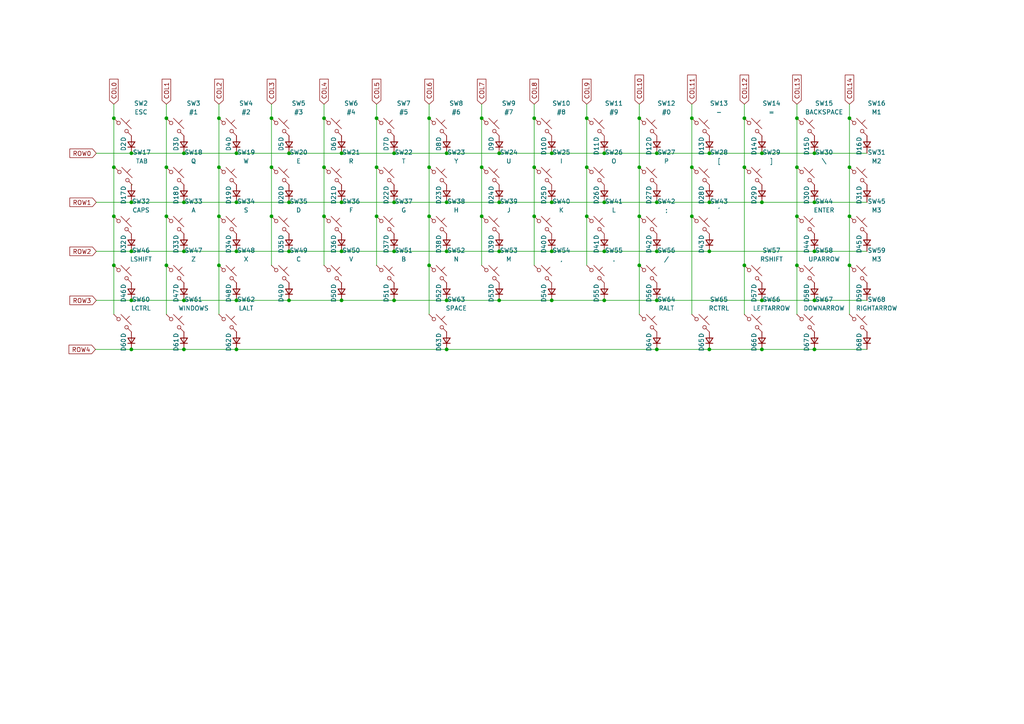
<source format=kicad_sch>
(kicad_sch (version 20211123) (generator eeschema)
  (paper "A4")
  (lib_symbols
    (symbol "Device:D_Small" (pin_numbers hide) (pin_names (offset 0.254) hide)
      (property "Reference" "D" (at -1.27 2.032 0))
      (property "Value" "D_Small" (at -3.81 -2.032 0))
      (symbol "D_Small_0_1"
        (polyline (pts (xy -0.762 -1.016) (xy -0.762 1.016)) (stroke (width 0.254)))
        (polyline (pts (xy -0.762 0) (xy 0.762 0)))
        (polyline (pts (xy 0.762 -1.016) (xy -0.762 0) (xy 0.762 1.016) (xy 0.762 -1.016)) (stroke (width 0.254)))
      )
      (symbol "D_Small_1_1"
        (pin passive line (at -2.54 0 0) (length 1.778) (name "K") (number "1"))
        (pin passive line (at 2.54 0 180) (length 1.778) (name "A") (number "2"))
      )
    )
    (symbol "marbastlib-mx:MX_SW_solder" (pin_numbers hide) (pin_names (offset 1.016) hide)
      (property "Reference" "SW" (at 3.048 1.016 0))
      (property "Value" "MX_SW_solder" (at 0 -3.81 0))
      (symbol "MX_SW_solder_0_1"
        (circle (center -1.1684 1.1684) (radius 0.508))
        (polyline (pts (xy -0.508 2.54) (xy 2.54 -0.508)))
        (polyline (pts (xy 1.016 1.016) (xy 2.032 2.032)))
        (polyline (pts (xy -2.54 2.54) (xy -1.524 1.524) (xy -1.524 1.524)))
        (polyline (pts (xy 1.524 -1.524) (xy 2.54 -2.54) (xy 2.54 -2.54) (xy 2.54 -2.54)))
        (circle (center 1.143 -1.1938) (radius 0.508))
        (pin passive line (at -2.54 2.54 0) (length 0) (name "1") (number "1"))
        (pin passive line (at 2.54 -2.54 180) (length 0) (name "2") (number "2"))
      )
    )
  )
  (junction (at 48.26 76.962))
  (junction (at 109.22 62.738))
  (junction (at 200.66 62.738))
  (junction (at 83.82 44.45))
  (junction (at 48.26 62.738))
  (junction (at 154.94 48.514))
  (junction (at 200.66 48.514))
  (junction (at 129.54 87.122))
  (junction (at 129.54 72.898))
  (junction (at 215.9 48.514))
  (junction (at 48.26 34.29))
  (junction (at 246.38 34.29))
  (junction (at 160.02 44.45))
  (junction (at 78.74 34.29))
  (junction (at 185.42 76.962))
  (junction (at 33.02 62.738))
  (junction (at 99.06 72.898))
  (junction (at 114.3 58.674))
  (junction (at 139.7 34.29))
  (junction (at 154.94 34.29))
  (junction (at 68.58 72.898))
  (junction (at 200.66 34.29))
  (junction (at 170.18 34.29))
  (junction (at 38.1 72.898))
  (junction (at 139.7 62.738))
  (junction (at 175.26 87.122))
  (junction (at 220.98 101.346))
  (junction (at 185.42 62.738))
  (junction (at 175.26 72.898))
  (junction (at 215.9 76.962))
  (junction (at 205.74 44.45))
  (junction (at 144.78 44.45))
  (junction (at 109.22 48.514))
  (junction (at 124.46 34.29))
  (junction (at 129.54 58.674))
  (junction (at 33.02 48.514))
  (junction (at 220.98 87.122))
  (junction (at 68.58 101.346))
  (junction (at 53.34 87.122))
  (junction (at 38.1 58.674))
  (junction (at 190.5 87.122))
  (junction (at 236.22 101.346))
  (junction (at 160.02 72.898))
  (junction (at 190.5 72.898))
  (junction (at 231.14 34.29))
  (junction (at 175.26 44.45))
  (junction (at 190.5 44.45))
  (junction (at 236.22 44.45))
  (junction (at 53.34 72.898))
  (junction (at 246.38 62.738))
  (junction (at 236.22 58.674))
  (junction (at 99.06 87.122))
  (junction (at 124.46 48.514))
  (junction (at 99.06 44.45))
  (junction (at 68.58 87.122))
  (junction (at 68.58 58.674))
  (junction (at 231.14 48.514))
  (junction (at 53.34 101.346))
  (junction (at 124.46 62.738))
  (junction (at 144.78 72.898))
  (junction (at 160.02 87.122))
  (junction (at 53.34 44.45))
  (junction (at 93.98 48.514))
  (junction (at 93.98 34.29))
  (junction (at 246.38 76.962))
  (junction (at 231.14 62.738))
  (junction (at 236.22 87.122))
  (junction (at 38.1 44.45))
  (junction (at 33.02 76.962))
  (junction (at 205.74 101.346))
  (junction (at 190.5 101.346))
  (junction (at 38.1 87.122))
  (junction (at 205.74 58.674))
  (junction (at 63.5 76.962))
  (junction (at 160.02 58.674))
  (junction (at 63.5 62.738))
  (junction (at 185.42 34.29))
  (junction (at 78.74 62.738))
  (junction (at 109.22 34.29))
  (junction (at 220.98 44.45))
  (junction (at 53.34 58.674))
  (junction (at 246.38 48.514))
  (junction (at 231.14 76.962))
  (junction (at 93.98 62.738))
  (junction (at 99.06 58.674))
  (junction (at 114.3 44.45))
  (junction (at 68.58 44.45))
  (junction (at 83.82 87.122))
  (junction (at 129.54 44.45))
  (junction (at 190.5 58.674))
  (junction (at 220.98 58.674))
  (junction (at 129.54 101.346))
  (junction (at 48.26 48.514))
  (junction (at 139.7 48.514))
  (junction (at 114.3 87.122))
  (junction (at 63.5 48.514))
  (junction (at 144.78 87.122))
  (junction (at 78.74 48.514))
  (junction (at 144.78 58.674))
  (junction (at 114.3 72.898))
  (junction (at 83.82 58.674))
  (junction (at 170.18 48.514))
  (junction (at 38.1 101.346))
  (junction (at 170.18 62.738))
  (junction (at 124.46 76.962))
  (junction (at 175.26 58.674))
  (junction (at 33.02 34.29))
  (junction (at 63.5 34.29))
  (junction (at 205.74 72.898))
  (junction (at 83.82 72.898))
  (junction (at 185.42 48.514))
  (junction (at 236.22 72.898))
  (junction (at 215.9 34.29))
  (junction (at 154.94 62.738))
  (wire (pts (xy 220.98 44.45) (xy 236.22 44.45)))
  (wire (pts (xy 99.06 44.45) (xy 114.3 44.45)))
  (wire (pts (xy 200.66 48.514) (xy 200.66 62.738)))
  (wire (pts (xy 220.98 87.122) (xy 236.22 87.122)))
  (wire (pts (xy 205.74 101.346) (xy 220.98 101.346)))
  (wire (pts (xy 93.98 48.514) (xy 93.98 62.738)))
  (wire (pts (xy 246.38 30.226) (xy 246.38 34.29)))
  (wire (pts (xy 160.02 44.45) (xy 175.26 44.45)))
  (wire (pts (xy 114.3 72.898) (xy 129.54 72.898)))
  (wire (pts (xy 68.58 101.346) (xy 129.54 101.346)))
  (wire (pts (xy 99.06 72.898) (xy 114.3 72.898)))
  (wire (pts (xy 38.1 101.346) (xy 53.34 101.346)))
  (wire (pts (xy 175.26 58.674) (xy 190.5 58.674)))
  (wire (pts (xy 160.02 58.674) (xy 175.26 58.674)))
  (wire (pts (xy 33.02 76.962) (xy 33.02 91.186)))
  (wire (pts (xy 246.38 76.962) (xy 246.38 91.186)))
  (wire (pts (xy 190.5 72.898) (xy 205.74 72.898)))
  (wire (pts (xy 236.22 44.45) (xy 251.46 44.45)))
  (wire (pts (xy 170.18 48.514) (xy 170.18 62.738)))
  (wire (pts (xy 124.46 62.738) (xy 124.46 76.962)))
  (wire (pts (xy 185.42 30.226) (xy 185.42 34.29)))
  (wire (pts (xy 78.74 30.226) (xy 78.74 34.29)))
  (wire (pts (xy 236.22 101.346) (xy 251.46 101.346)))
  (wire (pts (xy 190.5 58.674) (xy 205.74 58.674)))
  (wire (pts (xy 246.38 48.514) (xy 246.38 62.738)))
  (wire (pts (xy 215.9 48.514) (xy 215.9 76.962)))
  (wire (pts (xy 160.02 87.122) (xy 175.26 87.122)))
  (wire (pts (xy 160.02 72.898) (xy 175.26 72.898)))
  (wire (pts (xy 190.5 44.45) (xy 205.74 44.45)))
  (wire (pts (xy 27.686 101.346) (xy 38.1 101.346)))
  (wire (pts (xy 205.74 58.674) (xy 220.98 58.674)))
  (wire (pts (xy 190.5 87.122) (xy 220.98 87.122)))
  (wire (pts (xy 63.5 34.29) (xy 63.5 48.514)))
  (wire (pts (xy 154.94 34.29) (xy 154.94 48.514)))
  (wire (pts (xy 144.78 58.674) (xy 160.02 58.674)))
  (wire (pts (xy 154.94 62.738) (xy 154.94 76.962)))
  (wire (pts (xy 236.22 72.898) (xy 251.46 72.898)))
  (wire (pts (xy 129.54 87.122) (xy 144.78 87.122)))
  (wire (pts (xy 129.54 101.346) (xy 190.5 101.346)))
  (wire (pts (xy 27.94 58.674) (xy 38.1 58.674)))
  (wire (pts (xy 48.26 48.514) (xy 48.26 62.738)))
  (wire (pts (xy 33.274 48.514) (xy 33.02 48.514)))
  (wire (pts (xy 200.66 30.226) (xy 200.66 34.29)))
  (wire (pts (xy 154.94 48.514) (xy 154.94 62.738)))
  (wire (pts (xy 53.34 87.122) (xy 68.58 87.122)))
  (wire (pts (xy 53.34 101.346) (xy 68.58 101.346)))
  (wire (pts (xy 78.74 48.514) (xy 78.74 62.738)))
  (wire (pts (xy 109.22 30.226) (xy 109.22 34.29)))
  (wire (pts (xy 236.22 58.674) (xy 251.46 58.674)))
  (wire (pts (xy 205.74 44.45) (xy 220.98 44.45)))
  (wire (pts (xy 48.26 30.226) (xy 48.26 34.29)))
  (wire (pts (xy 93.98 62.738) (xy 93.98 76.962)))
  (wire (pts (xy 124.46 48.514) (xy 124.46 62.738)))
  (wire (pts (xy 83.82 72.898) (xy 99.06 72.898)))
  (wire (pts (xy 139.7 30.226) (xy 139.7 34.29)))
  (wire (pts (xy 109.22 34.29) (xy 109.22 48.514)))
  (wire (pts (xy 114.3 58.674) (xy 129.54 58.674)))
  (wire (pts (xy 68.58 44.45) (xy 83.82 44.45)))
  (wire (pts (xy 53.34 44.45) (xy 68.58 44.45)))
  (wire (pts (xy 124.46 30.226) (xy 124.46 34.29)))
  (wire (pts (xy 63.5 76.962) (xy 63.5 91.186)))
  (wire (pts (xy 109.22 48.514) (xy 109.22 62.738)))
  (wire (pts (xy 38.354 53.594) (xy 38.1 53.594)))
  (wire (pts (xy 144.78 87.122) (xy 160.02 87.122)))
  (wire (pts (xy 53.34 72.898) (xy 68.58 72.898)))
  (wire (pts (xy 231.14 30.226) (xy 231.14 34.29)))
  (wire (pts (xy 175.26 87.122) (xy 190.5 87.122)))
  (wire (pts (xy 129.54 44.45) (xy 144.78 44.45)))
  (wire (pts (xy 231.14 34.29) (xy 231.14 48.514)))
  (wire (pts (xy 68.58 72.898) (xy 83.82 72.898)))
  (wire (pts (xy 200.66 62.738) (xy 200.66 91.186)))
  (wire (pts (xy 139.7 34.29) (xy 139.7 48.514)))
  (wire (pts (xy 27.94 44.45) (xy 38.1 44.45)))
  (wire (pts (xy 215.9 34.29) (xy 215.9 48.514)))
  (wire (pts (xy 124.46 76.962) (xy 124.46 91.186)))
  (wire (pts (xy 93.98 34.29) (xy 93.98 48.514)))
  (wire (pts (xy 53.34 58.674) (xy 68.58 58.674)))
  (wire (pts (xy 246.38 34.29) (xy 246.38 48.514)))
  (wire (pts (xy 33.02 48.514) (xy 33.02 62.738)))
  (wire (pts (xy 83.82 44.45) (xy 99.06 44.45)))
  (wire (pts (xy 99.06 58.674) (xy 114.3 58.674)))
  (wire (pts (xy 33.02 30.226) (xy 33.02 34.29)))
  (wire (pts (xy 38.1 58.674) (xy 53.34 58.674)))
  (wire (pts (xy 200.66 34.29) (xy 200.66 48.514)))
  (wire (pts (xy 170.18 30.226) (xy 170.18 34.29)))
  (wire (pts (xy 144.78 72.898) (xy 160.02 72.898)))
  (wire (pts (xy 236.22 87.122) (xy 251.46 87.122)))
  (wire (pts (xy 231.14 76.962) (xy 231.14 91.186)))
  (wire (pts (xy 83.82 87.122) (xy 99.06 87.122)))
  (wire (pts (xy 231.14 62.738) (xy 231.14 76.962)))
  (wire (pts (xy 175.26 72.898) (xy 190.5 72.898)))
  (wire (pts (xy 68.58 87.122) (xy 83.82 87.122)))
  (wire (pts (xy 109.22 62.738) (xy 109.22 76.962)))
  (wire (pts (xy 68.58 58.674) (xy 83.82 58.674)))
  (wire (pts (xy 99.06 87.122) (xy 114.3 87.122)))
  (wire (pts (xy 129.54 58.674) (xy 144.78 58.674)))
  (wire (pts (xy 27.94 87.122) (xy 38.1 87.122)))
  (wire (pts (xy 48.26 34.29) (xy 48.26 48.514)))
  (wire (pts (xy 129.54 72.898) (xy 144.78 72.898)))
  (wire (pts (xy 175.26 44.45) (xy 190.5 44.45)))
  (wire (pts (xy 78.74 34.29) (xy 78.74 48.514)))
  (wire (pts (xy 185.42 62.738) (xy 185.42 76.962)))
  (wire (pts (xy 220.98 58.674) (xy 236.22 58.674)))
  (wire (pts (xy 63.5 30.226) (xy 63.5 34.29)))
  (wire (pts (xy 139.7 62.738) (xy 139.7 76.962)))
  (wire (pts (xy 185.42 34.29) (xy 185.42 48.514)))
  (wire (pts (xy 63.5 48.514) (xy 63.5 62.738)))
  (wire (pts (xy 170.18 62.738) (xy 170.18 76.962)))
  (wire (pts (xy 48.26 62.738) (xy 48.26 76.962)))
  (wire (pts (xy 114.3 87.122) (xy 129.54 87.122)))
  (wire (pts (xy 48.26 76.962) (xy 48.26 91.186)))
  (wire (pts (xy 27.94 72.898) (xy 38.1 72.898)))
  (wire (pts (xy 33.02 62.738) (xy 33.02 76.962)))
  (wire (pts (xy 231.14 48.514) (xy 231.14 62.738)))
  (wire (pts (xy 63.5 62.738) (xy 63.5 76.962)))
  (wire (pts (xy 170.18 34.29) (xy 170.18 48.514)))
  (wire (pts (xy 124.46 34.29) (xy 124.46 48.514)))
  (wire (pts (xy 190.5 101.346) (xy 205.74 101.346)))
  (wire (pts (xy 38.1 44.45) (xy 53.34 44.45)))
  (wire (pts (xy 185.42 48.514) (xy 185.42 62.738)))
  (wire (pts (xy 38.1 87.122) (xy 53.34 87.122)))
  (wire (pts (xy 144.78 44.45) (xy 160.02 44.45)))
  (wire (pts (xy 38.1 72.898) (xy 53.34 72.898)))
  (wire (pts (xy 205.74 72.898) (xy 236.22 72.898)))
  (wire (pts (xy 185.42 76.962) (xy 185.42 91.186)))
  (wire (pts (xy 83.82 58.674) (xy 99.06 58.674)))
  (wire (pts (xy 154.94 30.226) (xy 154.94 34.29)))
  (wire (pts (xy 93.98 30.226) (xy 93.98 34.29)))
  (wire (pts (xy 33.02 34.29) (xy 33.02 48.514)))
  (wire (pts (xy 215.9 76.962) (xy 215.9 91.186)))
  (wire (pts (xy 78.74 62.738) (xy 78.74 76.962)))
  (wire (pts (xy 220.98 101.346) (xy 236.22 101.346)))
  (wire (pts (xy 215.9 30.226) (xy 215.9 34.29)))
  (wire (pts (xy 114.3 44.45) (xy 129.54 44.45)))
  (wire (pts (xy 246.38 62.738) (xy 246.38 76.962)))
  (wire (pts (xy 139.7 48.514) (xy 139.7 62.738)))
  (global_label "ROW2" (shape input) (at 27.94 72.898 180) (property "Intersheet References" "${INTERSHEET_REFS}" (effects hide)))
  (global_label "COL10" (shape input) (at 185.42 30.226 90) (property "Intersheet References" "${INTERSHEET_REFS}" (effects hide)))
  (global_label "ROW0" (shape input) (at 27.94 44.45 180) (property "Intersheet References" "${INTERSHEET_REFS}" (effects hide)))
  (global_label "COL12" (shape input) (at 215.9 30.226 90) (property "Intersheet References" "${INTERSHEET_REFS}" (effects hide)))
  (global_label "COL14" (shape input) (at 246.38 30.226 90) (property "Intersheet References" "${INTERSHEET_REFS}" (effects hide)))
  (global_label "COL4" (shape input) (at 93.98 30.226 90) (property "Intersheet References" "${INTERSHEET_REFS}" (effects hide)))
  (global_label "COL3" (shape input) (at 78.74 30.226 90) (property "Intersheet References" "${INTERSHEET_REFS}" (effects hide)))
  (global_label "COL9" (shape input) (at 170.18 30.226 90) (property "Intersheet References" "${INTERSHEET_REFS}" (effects hide)))
  (global_label "COL11" (shape input) (at 200.66 30.226 90) (property "Intersheet References" "${INTERSHEET_REFS}" (effects hide)))
  (global_label "COL1" (shape input) (at 48.26 30.226 90) (property "Intersheet References" "${INTERSHEET_REFS}" (effects hide)))
  (global_label "COL7" (shape input) (at 139.7 30.226 90) (property "Intersheet References" "${INTERSHEET_REFS}" (effects hide)))
  (global_label "COL0" (shape input) (at 33.02 30.226 90) (property "Intersheet References" "${INTERSHEET_REFS}" (effects hide)))
  (global_label "COL6" (shape input) (at 124.46 30.226 90) (property "Intersheet References" "${INTERSHEET_REFS}" (effects hide)))
  (global_label "COL8" (shape input) (at 154.94 30.226 90) (property "Intersheet References" "${INTERSHEET_REFS}" (effects hide)))
  (global_label "ROW4" (shape input) (at 27.686 101.346 180) (property "Intersheet References" "${INTERSHEET_REFS}" (effects hide)))
  (global_label "COL13" (shape input) (at 231.14 30.226 90) (property "Intersheet References" "${INTERSHEET_REFS}" (effects hide)))
  (global_label "ROW1" (shape input) (at 27.94 58.674 180) (property "Intersheet References" "${INTERSHEET_REFS}" (effects hide)))
  (global_label "COL2" (shape input) (at 63.5 30.226 90) (property "Intersheet References" "${INTERSHEET_REFS}" (effects hide)))
  (global_label "ROW3" (shape input) (at 27.94 87.122 180) (property "Intersheet References" "${INTERSHEET_REFS}" (effects hide)))
  (global_label "COL5" (shape input) (at 109.22 30.226 90) (property "Intersheet References" "${INTERSHEET_REFS}" (effects hide)))
  (symbol (lib_id "marbastlib-mx:MX_SW_solder") (at 35.814 51.054 0) (unit 1)
    (property "Reference" "SW17" (at 41.148 44.196 0))
    (property "Value" "TAB" (at 41.148 46.736 0))
    (property "Footprint" "marbastlib-mx:SW_MX_1u" (effects hide))
  )
  (symbol (lib_id "Device:D_Small") (at 53.34 56.134 90) (unit 1)
    (property "Reference" "D18" (at 51.054 55.372 0) (effects (justify right)))
    (property "Value" "D" (at 51.054 53.848 0) (effects (justify right)))
    (property "Footprint" "Diode_SMD:D_SOD-123" (effects hide))
  )
  (symbol (lib_id "Device:D_Small") (at 175.26 84.582 90) (unit 1)
    (property "Reference" "D55" (at 172.974 83.82 0) (effects (justify right)))
    (property "Value" "D" (at 172.974 82.296 0) (effects (justify right)))
    (property "Footprint" "Diode_SMD:D_SOD-123" (effects hide))
  )
  (symbol (lib_id "marbastlib-mx:MX_SW_solder") (at 81.28 51.054 0) (unit 1)
    (property "Reference" "SW20" (at 86.614 44.196 0))
    (property "Value" "E" (at 86.614 46.736 0))
    (property "Footprint" "marbastlib-mx:SW_MX_1u" (effects hide))
  )
  (symbol (lib_id "marbastlib-mx:MX_SW_solder") (at 127 51.054 0) (unit 1)
    (property "Reference" "SW23" (at 132.334 44.196 0))
    (property "Value" "Y" (at 132.334 46.736 0))
    (property "Footprint" "marbastlib-mx:SW_MX_1u" (effects hide))
  )
  (symbol (lib_id "marbastlib-mx:MX_SW_solder") (at 96.52 79.502 0) (unit 1)
    (property "Reference" "SW50" (at 101.854 72.644 0))
    (property "Value" "V" (at 101.854 75.184 0))
    (property "Footprint" "marbastlib-mx:SW_MX_1u" (effects hide))
  )
  (symbol (lib_id "marbastlib-mx:MX_SW_solder") (at 203.2 93.726 0) (unit 1)
    (property "Reference" "SW65" (at 208.534 86.868 0))
    (property "Value" "RCTRL" (at 208.534 89.408 0))
    (property "Footprint" "marbastlib-mx:SW_MX_1u" (effects hide))
  )
  (symbol (lib_id "marbastlib-mx:MX_SW_solder") (at 66.04 36.83 0) (unit 1)
    (property "Reference" "SW4" (at 71.374 29.972 0))
    (property "Value" "#2" (at 71.374 32.512 0))
    (property "Footprint" "marbastlib-mx:SW_MX_1u" (effects hide))
  )
  (symbol (lib_id "marbastlib-mx:MX_SW_solder") (at 233.68 36.83 0) (unit 1)
    (property "Reference" "SW15" (at 239.014 29.972 0))
    (property "Value" "BACKSPACE" (at 239.014 32.512 0))
    (property "Footprint" "marbastlib-mx:SW_MX_1u" (effects hide))
  )
  (symbol (lib_id "marbastlib-mx:MX_SW_solder") (at 142.24 36.83 0) (unit 1)
    (property "Reference" "SW9" (at 147.574 29.972 0))
    (property "Value" "#7" (at 147.574 32.512 0))
    (property "Footprint" "marbastlib-mx:SW_MX_1u" (effects hide))
  )
  (symbol (lib_id "marbastlib-mx:MX_SW_solder") (at 96.52 51.054 0) (unit 1)
    (property "Reference" "SW21" (at 101.854 44.196 0))
    (property "Value" "R" (at 101.854 46.736 0))
    (property "Footprint" "marbastlib-mx:SW_MX_1u" (effects hide))
  )
  (symbol (lib_id "Device:D_Small") (at 129.54 56.134 90) (unit 1)
    (property "Reference" "D23" (at 127.254 55.372 0) (effects (justify right)))
    (property "Value" "D" (at 127.254 53.848 0) (effects (justify right)))
    (property "Footprint" "Diode_SMD:D_SOD-123" (effects hide))
  )
  (symbol (lib_id "Device:D_Small") (at 99.06 84.582 90) (unit 1)
    (property "Reference" "D50" (at 96.774 83.82 0) (effects (justify right)))
    (property "Value" "D" (at 96.774 82.296 0) (effects (justify right)))
    (property "Footprint" "Diode_SMD:D_SOD-123" (effects hide))
  )
  (symbol (lib_id "Device:D_Small") (at 175.26 70.358 90) (unit 1)
    (property "Reference" "D41" (at 172.974 69.596 0) (effects (justify right)))
    (property "Value" "D" (at 172.974 68.072 0) (effects (justify right)))
    (property "Footprint" "Diode_SMD:D_SOD-123" (effects hide))
  )
  (symbol (lib_id "Device:D_Small") (at 251.46 41.91 90) (unit 1)
    (property "Reference" "D16" (at 249.174 41.148 0) (effects (justify right)))
    (property "Value" "D" (at 249.174 39.624 0) (effects (justify right)))
    (property "Footprint" "Diode_SMD:D_SOD-123" (effects hide))
  )
  (symbol (lib_id "Device:D_Small") (at 53.34 41.91 90) (unit 1)
    (property "Reference" "D3" (at 51.054 41.148 0) (effects (justify right)))
    (property "Value" "D" (at 51.054 39.624 0) (effects (justify right)))
    (property "Footprint" "Diode_SMD:D_SOD-123" (effects hide))
  )
  (symbol (lib_id "Device:D_Small") (at 190.5 56.134 90) (unit 1)
    (property "Reference" "D27" (at 188.214 55.372 0) (effects (justify right)))
    (property "Value" "D" (at 188.214 53.848 0) (effects (justify right)))
    (property "Footprint" "Diode_SMD:D_SOD-123" (effects hide))
  )
  (symbol (lib_id "Device:D_Small") (at 175.26 56.134 90) (unit 1)
    (property "Reference" "D26" (at 172.974 55.372 0) (effects (justify right)))
    (property "Value" "D" (at 172.974 53.848 0) (effects (justify right)))
    (property "Footprint" "Diode_SMD:D_SOD-123" (effects hide))
  )
  (symbol (lib_id "marbastlib-mx:MX_SW_solder") (at 248.92 36.83 0) (unit 1)
    (property "Reference" "SW16" (at 254.254 29.972 0))
    (property "Value" "M1" (at 254.254 32.512 0))
    (property "Footprint" "marbastlib-mx:SW_MX_1u" (effects hide))
  )
  (symbol (lib_id "marbastlib-mx:MX_SW_solder") (at 50.8 65.278 0) (unit 1)
    (property "Reference" "SW33" (at 56.134 58.42 0))
    (property "Value" "A" (at 56.134 60.96 0))
    (property "Footprint" "marbastlib-mx:SW_MX_1u" (effects hide))
  )
  (symbol (lib_id "marbastlib-mx:MX_SW_solder") (at 203.2 51.054 0) (unit 1)
    (property "Reference" "SW28" (at 208.534 44.196 0))
    (property "Value" "[" (at 208.534 46.736 0))
    (property "Footprint" "marbastlib-mx:SW_MX_1u" (effects hide))
  )
  (symbol (lib_id "Device:D_Small") (at 190.5 98.806 90) (unit 1)
    (property "Reference" "D64" (at 188.214 98.044 0) (effects (justify right)))
    (property "Value" "D" (at 188.214 96.52 0) (effects (justify right)))
    (property "Footprint" "Diode_SMD:D_SOD-123" (effects hide))
  )
  (symbol (lib_id "marbastlib-mx:MX_SW_solder") (at 142.24 51.054 0) (unit 1)
    (property "Reference" "SW24" (at 147.574 44.196 0))
    (property "Value" "U" (at 147.574 46.736 0))
    (property "Footprint" "marbastlib-mx:SW_MX_1u" (effects hide))
  )
  (symbol (lib_id "marbastlib-mx:MX_SW_solder") (at 233.68 51.054 0) (unit 1)
    (property "Reference" "SW30" (at 239.014 44.196 0))
    (property "Value" "\\" (at 239.014 46.736 0))
    (property "Footprint" "marbastlib-mx:SW_MX_1u" (effects hide))
  )
  (symbol (lib_id "marbastlib-mx:MX_SW_solder") (at 96.52 36.83 0) (unit 1)
    (property "Reference" "SW6" (at 101.854 29.972 0))
    (property "Value" "#4" (at 101.854 32.512 0))
    (property "Footprint" "marbastlib-mx:SW_MX_1u" (effects hide))
  )
  (symbol (lib_id "Device:D_Small") (at 160.02 84.582 90) (unit 1)
    (property "Reference" "D54" (at 157.734 83.82 0) (effects (justify right)))
    (property "Value" "D" (at 157.734 82.296 0) (effects (justify right)))
    (property "Footprint" "Diode_SMD:D_SOD-123" (effects hide))
  )
  (symbol (lib_id "marbastlib-mx:MX_SW_solder") (at 35.56 65.278 0) (unit 1)
    (property "Reference" "SW32" (at 40.894 58.42 0))
    (property "Value" "CAPS" (at 40.894 60.96 0))
    (property "Footprint" "marbastlib-mx:SW_MX_1u" (effects hide))
  )
  (symbol (lib_id "Device:D_Small") (at 190.5 41.91 90) (unit 1)
    (property "Reference" "D12" (at 188.214 41.148 0) (effects (justify right)))
    (property "Value" "D" (at 188.214 39.624 0) (effects (justify right)))
    (property "Footprint" "Diode_SMD:D_SOD-123" (effects hide))
  )
  (symbol (lib_id "Device:D_Small") (at 129.54 70.358 90) (unit 1)
    (property "Reference" "D38" (at 127.254 69.596 0) (effects (justify right)))
    (property "Value" "D" (at 127.254 68.072 0) (effects (justify right)))
    (property "Footprint" "Diode_SMD:D_SOD-123" (effects hide))
  )
  (symbol (lib_id "Device:D_Small") (at 251.46 70.358 90) (unit 1)
    (property "Reference" "D45" (at 249.174 69.596 0) (effects (justify right)))
    (property "Value" "D" (at 249.174 68.072 0) (effects (justify right)))
    (property "Footprint" "Diode_SMD:D_SOD-123" (effects hide))
  )
  (symbol (lib_id "Device:D_Small") (at 220.98 98.806 90) (unit 1)
    (property "Reference" "D66" (at 218.694 98.044 0) (effects (justify right)))
    (property "Value" "D" (at 218.694 96.52 0) (effects (justify right)))
    (property "Footprint" "Diode_SMD:D_SOD-123" (effects hide))
  )
  (symbol (lib_id "marbastlib-mx:MX_SW_solder") (at 172.72 51.054 0) (unit 1)
    (property "Reference" "SW26" (at 178.054 44.196 0))
    (property "Value" "O" (at 178.054 46.736 0))
    (property "Footprint" "marbastlib-mx:SW_MX_1u" (effects hide))
  )
  (symbol (lib_id "marbastlib-mx:MX_SW_solder") (at 127 65.278 0) (unit 1)
    (property "Reference" "SW38" (at 132.334 58.42 0))
    (property "Value" "H" (at 132.334 60.96 0))
    (property "Footprint" "marbastlib-mx:SW_MX_1u" (effects hide))
  )
  (symbol (lib_id "Device:D_Small") (at 175.26 41.91 90) (unit 1)
    (property "Reference" "D11" (at 172.974 41.148 0) (effects (justify right)))
    (property "Value" "D" (at 172.974 39.624 0) (effects (justify right)))
    (property "Footprint" "Diode_SMD:D_SOD-123" (effects hide))
  )
  (symbol (lib_id "Device:D_Small") (at 251.46 84.582 90) (unit 1)
    (property "Reference" "D59" (at 249.174 83.82 0) (effects (justify right)))
    (property "Value" "D" (at 249.174 82.296 0) (effects (justify right)))
    (property "Footprint" "Diode_SMD:D_SOD-123" (effects hide))
  )
  (symbol (lib_id "marbastlib-mx:MX_SW_solder") (at 248.92 65.278 0) (unit 1)
    (property "Reference" "SW45" (at 254.254 58.42 0))
    (property "Value" "M3" (at 254.254 60.96 0))
    (property "Footprint" "marbastlib-mx:SW_MX_1u" (effects hide))
  )
  (symbol (lib_id "marbastlib-mx:MX_SW_solder") (at 157.48 79.502 0) (unit 1)
    (property "Reference" "SW54" (at 162.814 72.644 0))
    (property "Value" "," (at 162.814 75.184 0))
    (property "Footprint" "marbastlib-mx:SW_MX_1u" (effects hide))
  )
  (symbol (lib_id "Device:D_Small") (at 83.82 70.358 90) (unit 1)
    (property "Reference" "D35" (at 81.534 69.596 0) (effects (justify right)))
    (property "Value" "D" (at 81.534 68.072 0) (effects (justify right)))
    (property "Footprint" "Diode_SMD:D_SOD-123" (effects hide))
  )
  (symbol (lib_id "marbastlib-mx:MX_SW_solder") (at 127 79.502 0) (unit 1)
    (property "Reference" "SW52" (at 132.334 72.644 0))
    (property "Value" "N" (at 132.334 75.184 0))
    (property "Footprint" "marbastlib-mx:SW_MX_1u" (effects hide))
  )
  (symbol (lib_id "marbastlib-mx:MX_SW_solder") (at 218.44 93.726 0) (unit 1)
    (property "Reference" "SW66" (at 223.774 86.868 0))
    (property "Value" "LEFTARROW" (at 223.774 89.408 0))
    (property "Footprint" "marbastlib-mx:SW_MX_1u" (effects hide))
  )
  (symbol (lib_id "marbastlib-mx:MX_SW_solder") (at 111.76 51.054 0) (unit 1)
    (property "Reference" "SW22" (at 117.094 44.196 0))
    (property "Value" "T" (at 117.094 46.736 0))
    (property "Footprint" "marbastlib-mx:SW_MX_1u" (effects hide))
  )
  (symbol (lib_id "Device:D_Small") (at 144.78 56.134 90) (unit 1)
    (property "Reference" "D24" (at 142.494 55.372 0) (effects (justify right)))
    (property "Value" "D" (at 142.494 53.848 0) (effects (justify right)))
    (property "Footprint" "Diode_SMD:D_SOD-123" (effects hide))
  )
  (symbol (lib_id "marbastlib-mx:MX_SW_solder") (at 81.28 36.83 0) (unit 1)
    (property "Reference" "SW5" (at 86.614 29.972 0))
    (property "Value" "#3" (at 86.614 32.512 0))
    (property "Footprint" "marbastlib-mx:SW_MX_1u" (effects hide))
  )
  (symbol (lib_id "marbastlib-mx:MX_SW_solder") (at 172.72 36.83 0) (unit 1)
    (property "Reference" "SW11" (at 178.054 29.972 0))
    (property "Value" "#9" (at 178.054 32.512 0))
    (property "Footprint" "marbastlib-mx:SW_MX_1u" (effects hide))
  )
  (symbol (lib_id "Device:D_Small") (at 68.58 98.806 90) (unit 1)
    (property "Reference" "D62" (at 66.294 98.044 0) (effects (justify right)))
    (property "Value" "D" (at 66.294 96.52 0) (effects (justify right)))
    (property "Footprint" "Diode_SMD:D_SOD-123" (effects hide))
  )
  (symbol (lib_id "marbastlib-mx:MX_SW_solder") (at 50.8 36.83 0) (unit 1)
    (property "Reference" "SW3" (at 56.134 29.972 0))
    (property "Value" "#1" (at 56.134 32.512 0))
    (property "Footprint" "marbastlib-mx:SW_MX_1u" (effects hide))
  )
  (symbol (lib_id "marbastlib-mx:MX_SW_solder") (at 172.72 65.278 0) (unit 1)
    (property "Reference" "SW41" (at 178.054 58.42 0))
    (property "Value" "L" (at 178.054 60.96 0))
    (property "Footprint" "marbastlib-mx:SW_MX_1u" (effects hide))
  )
  (symbol (lib_id "marbastlib-mx:MX_SW_solder") (at 111.76 79.502 0) (unit 1)
    (property "Reference" "SW51" (at 117.094 72.644 0))
    (property "Value" "B" (at 117.094 75.184 0))
    (property "Footprint" "marbastlib-mx:SW_MX_1u" (effects hide))
  )
  (symbol (lib_id "marbastlib-mx:MX_SW_solder") (at 233.68 93.726 0) (unit 1)
    (property "Reference" "SW67" (at 239.014 86.868 0))
    (property "Value" "DOWNARROW" (at 239.014 89.408 0))
    (property "Footprint" "marbastlib-mx:SW_MX_1u" (effects hide))
  )
  (symbol (lib_id "Device:D_Small") (at 205.74 56.134 90) (unit 1)
    (property "Reference" "D28" (at 203.454 55.372 0) (effects (justify right)))
    (property "Value" "D" (at 203.454 53.848 0) (effects (justify right)))
    (property "Footprint" "Diode_SMD:D_SOD-123" (effects hide))
  )
  (symbol (lib_id "Device:D_Small") (at 114.3 70.358 90) (unit 1)
    (property "Reference" "D37" (at 112.014 69.596 0) (effects (justify right)))
    (property "Value" "D" (at 112.014 68.072 0) (effects (justify right)))
    (property "Footprint" "Diode_SMD:D_SOD-123" (effects hide))
  )
  (symbol (lib_id "marbastlib-mx:MX_SW_solder") (at 203.2 36.83 0) (unit 1)
    (property "Reference" "SW13" (at 208.534 29.972 0))
    (property "Value" "-" (at 208.534 32.512 0))
    (property "Footprint" "marbastlib-mx:SW_MX_1u" (effects hide))
  )
  (symbol (lib_id "Device:D_Small") (at 38.1 70.358 90) (unit 1)
    (property "Reference" "D32" (at 35.814 69.596 0) (effects (justify right)))
    (property "Value" "D" (at 35.814 68.072 0) (effects (justify right)))
    (property "Footprint" "Diode_SMD:D_SOD-123" (effects hide))
  )
  (symbol (lib_id "Device:D_Small") (at 251.46 56.134 90) (unit 1)
    (property "Reference" "D31" (at 249.174 55.372 0) (effects (justify right)))
    (property "Value" "D" (at 249.174 53.848 0) (effects (justify right)))
    (property "Footprint" "Diode_SMD:D_SOD-123" (effects hide))
  )
  (symbol (lib_id "Device:D_Small") (at 190.5 84.582 90) (unit 1)
    (property "Reference" "D56" (at 188.214 83.82 0) (effects (justify right)))
    (property "Value" "D" (at 188.214 82.296 0) (effects (justify right)))
    (property "Footprint" "Diode_SMD:D_SOD-123" (effects hide))
  )
  (symbol (lib_id "marbastlib-mx:MX_SW_solder") (at 187.96 36.83 0) (unit 1)
    (property "Reference" "SW12" (at 193.294 29.972 0))
    (property "Value" "#0" (at 193.294 32.512 0))
    (property "Footprint" "marbastlib-mx:SW_MX_1u" (effects hide))
  )
  (symbol (lib_id "Device:D_Small") (at 53.34 98.806 90) (unit 1)
    (property "Reference" "D61" (at 51.054 98.044 0) (effects (justify right)))
    (property "Value" "D" (at 51.054 96.52 0) (effects (justify right)))
    (property "Footprint" "Diode_SMD:D_SOD-123" (effects hide))
  )
  (symbol (lib_id "Device:D_Small") (at 114.3 56.134 90) (unit 1)
    (property "Reference" "D22" (at 112.014 55.372 0) (effects (justify right)))
    (property "Value" "D" (at 112.014 53.848 0) (effects (justify right)))
    (property "Footprint" "Diode_SMD:D_SOD-123" (effects hide))
  )
  (symbol (lib_id "marbastlib-mx:MX_SW_solder") (at 248.92 51.054 0) (unit 1)
    (property "Reference" "SW31" (at 254.254 44.196 0))
    (property "Value" "M2" (at 254.254 46.736 0))
    (property "Footprint" "marbastlib-mx:SW_MX_1u" (effects hide))
  )
  (symbol (lib_id "Device:D_Small") (at 38.1 41.91 90) (unit 1)
    (property "Reference" "D2" (at 35.814 41.148 0) (effects (justify right)))
    (property "Value" "D" (at 35.814 39.624 0) (effects (justify right)))
    (property "Footprint" "Diode_SMD:D_SOD-123" (effects hide))
  )
  (symbol (lib_id "marbastlib-mx:MX_SW_solder") (at 66.04 79.502 0) (unit 1)
    (property "Reference" "SW48" (at 71.374 72.644 0))
    (property "Value" "X" (at 71.374 75.184 0))
    (property "Footprint" "marbastlib-mx:SW_MX_1u" (effects hide))
  )
  (symbol (lib_id "Device:D_Small") (at 205.74 98.806 90) (unit 1)
    (property "Reference" "D65" (at 203.454 98.044 0) (effects (justify right)))
    (property "Value" "D" (at 203.454 96.52 0) (effects (justify right)))
    (property "Footprint" "Diode_SMD:D_SOD-123" (effects hide))
  )
  (symbol (lib_id "Device:D_Small") (at 220.98 41.91 90) (unit 1)
    (property "Reference" "D14" (at 218.694 41.148 0) (effects (justify right)))
    (property "Value" "D" (at 218.694 39.624 0) (effects (justify right)))
    (property "Footprint" "Diode_SMD:D_SOD-123" (effects hide))
  )
  (symbol (lib_id "Device:D_Small") (at 236.22 41.91 90) (unit 1)
    (property "Reference" "D15" (at 233.934 41.148 0) (effects (justify right)))
    (property "Value" "D" (at 233.934 39.624 0) (effects (justify right)))
    (property "Footprint" "Diode_SMD:D_SOD-123" (effects hide))
  )
  (symbol (lib_id "marbastlib-mx:MX_SW_solder") (at 35.56 36.83 0) (unit 1)
    (property "Reference" "SW2" (at 40.894 29.972 0))
    (property "Value" "ESC" (at 40.894 32.512 0))
    (property "Footprint" "marbastlib-mx:SW_MX_1u" (effects hide))
  )
  (symbol (lib_id "Device:D_Small") (at 38.1 56.134 90) (unit 1)
    (property "Reference" "D17" (at 35.814 55.372 0) (effects (justify right)))
    (property "Value" "D" (at 35.814 53.848 0) (effects (justify right)))
    (property "Footprint" "Diode_SMD:D_SOD-123" (effects hide))
  )
  (symbol (lib_id "marbastlib-mx:MX_SW_solder") (at 127 36.83 0) (unit 1)
    (property "Reference" "SW8" (at 132.334 29.972 0))
    (property "Value" "#6" (at 132.334 32.512 0))
    (property "Footprint" "marbastlib-mx:SW_MX_1u" (effects hide))
  )
  (symbol (lib_id "Device:D_Small") (at 99.06 41.91 90) (unit 1)
    (property "Reference" "D6" (at 96.774 41.148 0) (effects (justify right)))
    (property "Value" "D" (at 96.774 39.624 0) (effects (justify right)))
    (property "Footprint" "Diode_SMD:D_SOD-123" (effects hide))
  )
  (symbol (lib_id "marbastlib-mx:MX_SW_solder") (at 218.44 51.054 0) (unit 1)
    (property "Reference" "SW29" (at 223.774 44.196 0))
    (property "Value" "]" (at 223.774 46.736 0))
    (property "Footprint" "marbastlib-mx:SW_MX_1u" (effects hide))
  )
  (symbol (lib_id "Device:D_Small") (at 251.46 98.806 90) (unit 1)
    (property "Reference" "D68" (at 249.174 98.044 0) (effects (justify right)))
    (property "Value" "D" (at 249.174 96.52 0) (effects (justify right)))
    (property "Footprint" "Diode_SMD:D_SOD-123" (effects hide))
  )
  (symbol (lib_id "marbastlib-mx:MX_SW_solder") (at 81.28 65.278 0) (unit 1)
    (property "Reference" "SW35" (at 86.614 58.42 0))
    (property "Value" "D" (at 86.614 60.96 0))
    (property "Footprint" "marbastlib-mx:SW_MX_1u" (effects hide))
  )
  (symbol (lib_id "Device:D_Small") (at 220.98 56.134 90) (unit 1)
    (property "Reference" "D29" (at 218.694 55.372 0) (effects (justify right)))
    (property "Value" "D" (at 218.694 53.848 0) (effects (justify right)))
    (property "Footprint" "Diode_SMD:D_SOD-123" (effects hide))
  )
  (symbol (lib_id "Device:D_Small") (at 236.22 56.134 90) (unit 1)
    (property "Reference" "D30" (at 233.934 55.372 0) (effects (justify right)))
    (property "Value" "D" (at 233.934 53.848 0) (effects (justify right)))
    (property "Footprint" "Diode_SMD:D_SOD-123" (effects hide))
  )
  (symbol (lib_id "Device:D_Small") (at 129.54 84.582 90) (unit 1)
    (property "Reference" "D52" (at 127.254 83.82 0) (effects (justify right)))
    (property "Value" "D" (at 127.254 82.296 0) (effects (justify right)))
    (property "Footprint" "Diode_SMD:D_SOD-123" (effects hide))
  )
  (symbol (lib_id "marbastlib-mx:MX_SW_solder") (at 187.96 65.278 0) (unit 1)
    (property "Reference" "SW42" (at 193.294 58.42 0))
    (property "Value" ";" (at 193.294 60.96 0))
    (property "Footprint" "marbastlib-mx:SW_MX_1u" (effects hide))
  )
  (symbol (lib_id "Device:D_Small") (at 38.1 98.806 90) (unit 1)
    (property "Reference" "D60" (at 35.814 98.044 0) (effects (justify right)))
    (property "Value" "D" (at 35.814 96.52 0) (effects (justify right)))
    (property "Footprint" "Diode_SMD:D_SOD-123" (effects hide))
  )
  (symbol (lib_id "Device:D_Small") (at 99.06 70.358 90) (unit 1)
    (property "Reference" "D36" (at 96.774 69.596 0) (effects (justify right)))
    (property "Value" "D" (at 96.774 68.072 0) (effects (justify right)))
    (property "Footprint" "Diode_SMD:D_SOD-123" (effects hide))
  )
  (symbol (lib_id "marbastlib-mx:MX_SW_solder") (at 233.68 65.278 0) (unit 1)
    (property "Reference" "SW44" (at 239.014 58.42 0))
    (property "Value" "ENTER" (at 239.014 60.96 0))
    (property "Footprint" "marbastlib-mx:SW_MX_1u" (effects hide))
  )
  (symbol (lib_id "marbastlib-mx:MX_SW_solder") (at 66.04 51.054 0) (unit 1)
    (property "Reference" "SW19" (at 71.374 44.196 0))
    (property "Value" "W" (at 71.374 46.736 0))
    (property "Footprint" "marbastlib-mx:SW_MX_1u" (effects hide))
  )
  (symbol (lib_id "marbastlib-mx:MX_SW_solder") (at 50.8 93.726 0) (unit 1)
    (property "Reference" "SW61" (at 56.134 86.868 0))
    (property "Value" "WINDOWS" (at 56.134 89.408 0))
    (property "Footprint" "marbastlib-mx:SW_MX_1u" (effects hide))
  )
  (symbol (lib_id "Device:D_Small") (at 68.58 70.358 90) (unit 1)
    (property "Reference" "D34" (at 66.294 69.596 0) (effects (justify right)))
    (property "Value" "D" (at 66.294 68.072 0) (effects (justify right)))
    (property "Footprint" "Diode_SMD:D_SOD-123" (effects hide))
  )
  (symbol (lib_id "marbastlib-mx:MX_SW_solder") (at 233.68 79.502 0) (unit 1)
    (property "Reference" "SW58" (at 239.014 72.644 0))
    (property "Value" "UPARROW" (at 239.014 75.184 0))
    (property "Footprint" "marbastlib-mx:SW_MX_1u" (effects hide))
  )
  (symbol (lib_id "Device:D_Small") (at 236.22 98.806 90) (unit 1)
    (property "Reference" "D67" (at 233.934 98.044 0) (effects (justify right)))
    (property "Value" "D" (at 233.934 96.52 0) (effects (justify right)))
    (property "Footprint" "Diode_SMD:D_SOD-123" (effects hide))
  )
  (symbol (lib_id "marbastlib-mx:MX_SW_solder") (at 127 93.726 0) (unit 1)
    (property "Reference" "SW63" (at 132.334 86.868 0))
    (property "Value" "SPACE" (at 132.334 89.408 0))
    (property "Footprint" "marbastlib-mx:SW_MX_1u" (effects hide))
  )
  (symbol (lib_id "marbastlib-mx:MX_SW_solder") (at 142.24 79.502 0) (unit 1)
    (property "Reference" "SW53" (at 147.574 72.644 0))
    (property "Value" "M" (at 147.574 75.184 0))
    (property "Footprint" "marbastlib-mx:SW_MX_1u" (effects hide))
  )
  (symbol (lib_id "marbastlib-mx:MX_SW_solder") (at 35.56 79.502 0) (unit 1)
    (property "Reference" "SW46" (at 40.894 72.644 0))
    (property "Value" "LSHIFT" (at 40.894 75.184 0))
    (property "Footprint" "marbastlib-mx:SW_MX_1u" (effects hide))
  )
  (symbol (lib_id "marbastlib-mx:MX_SW_solder") (at 50.8 79.502 0) (unit 1)
    (property "Reference" "SW47" (at 56.134 72.644 0))
    (property "Value" "Z" (at 56.134 75.184 0))
    (property "Footprint" "marbastlib-mx:SW_MX_1u" (effects hide))
  )
  (symbol (lib_id "marbastlib-mx:MX_SW_solder") (at 142.24 65.278 0) (unit 1)
    (property "Reference" "SW39" (at 147.574 58.42 0))
    (property "Value" "J" (at 147.574 60.96 0))
    (property "Footprint" "marbastlib-mx:SW_MX_1u" (effects hide))
  )
  (symbol (lib_id "marbastlib-mx:MX_SW_solder") (at 218.44 79.502 0) (unit 1)
    (property "Reference" "SW57" (at 223.774 72.644 0))
    (property "Value" "RSHIFT" (at 223.774 75.184 0))
    (property "Footprint" "marbastlib-mx:SW_MX_1u" (effects hide))
  )
  (symbol (lib_id "Device:D_Small") (at 144.78 70.358 90) (unit 1)
    (property "Reference" "D39" (at 142.494 69.596 0) (effects (justify right)))
    (property "Value" "D" (at 142.494 68.072 0) (effects (justify right)))
    (property "Footprint" "Diode_SMD:D_SOD-123" (effects hide))
  )
  (symbol (lib_id "Device:D_Small") (at 144.78 41.91 90) (unit 1)
    (property "Reference" "D9" (at 142.494 41.148 0) (effects (justify right)))
    (property "Value" "D" (at 142.494 39.624 0) (effects (justify right)))
    (property "Footprint" "Diode_SMD:D_SOD-123" (effects hide))
  )
  (symbol (lib_id "marbastlib-mx:MX_SW_solder") (at 248.92 93.726 0) (unit 1)
    (property "Reference" "SW68" (at 254.254 86.868 0))
    (property "Value" "RIGHTARROW" (at 254.254 89.408 0))
    (property "Footprint" "marbastlib-mx:SW_MX_1u" (effects hide))
  )
  (symbol (lib_id "Device:D_Small") (at 236.22 84.582 90) (unit 1)
    (property "Reference" "D58" (at 233.934 83.82 0) (effects (justify right)))
    (property "Value" "D" (at 233.934 82.296 0) (effects (justify right)))
    (property "Footprint" "Diode_SMD:D_SOD-123" (effects hide))
  )
  (symbol (lib_id "Device:D_Small") (at 83.82 56.134 90) (unit 1)
    (property "Reference" "D20" (at 81.534 55.372 0) (effects (justify right)))
    (property "Value" "D" (at 81.534 53.848 0) (effects (justify right)))
    (property "Footprint" "Diode_SMD:D_SOD-123" (effects hide))
  )
  (symbol (lib_id "marbastlib-mx:MX_SW_solder") (at 203.2 65.278 0) (unit 1)
    (property "Reference" "SW43" (at 208.534 58.42 0))
    (property "Value" "'" (at 208.534 60.96 0))
    (property "Footprint" "marbastlib-mx:SW_MX_1u" (effects hide))
  )
  (symbol (lib_id "marbastlib-mx:MX_SW_solder") (at 35.56 93.726 0) (unit 1)
    (property "Reference" "SW60" (at 40.894 86.868 0))
    (property "Value" "LCTRL" (at 40.894 89.408 0))
    (property "Footprint" "marbastlib-mx:SW_MX_1u" (effects hide))
  )
  (symbol (lib_id "marbastlib-mx:MX_SW_solder") (at 81.28 79.502 0) (unit 1)
    (property "Reference" "SW49" (at 86.614 72.644 0))
    (property "Value" "C" (at 86.614 75.184 0))
    (property "Footprint" "marbastlib-mx:SW_MX_1u" (effects hide))
  )
  (symbol (lib_id "marbastlib-mx:MX_SW_solder") (at 96.52 65.278 0) (unit 1)
    (property "Reference" "SW36" (at 101.854 58.42 0))
    (property "Value" "F" (at 101.854 60.96 0))
    (property "Footprint" "marbastlib-mx:SW_MX_1u" (effects hide))
  )
  (symbol (lib_id "Device:D_Small") (at 114.3 41.91 90) (unit 1)
    (property "Reference" "D7" (at 112.014 41.148 0) (effects (justify right)))
    (property "Value" "D" (at 112.014 39.624 0) (effects (justify right)))
    (property "Footprint" "Diode_SMD:D_SOD-123" (effects hide))
  )
  (symbol (lib_id "marbastlib-mx:MX_SW_solder") (at 187.96 93.726 0) (unit 1)
    (property "Reference" "SW64" (at 193.294 86.868 0))
    (property "Value" "RALT" (at 193.294 89.408 0))
    (property "Footprint" "marbastlib-mx:SW_MX_1u" (effects hide))
  )
  (symbol (lib_id "Device:D_Small") (at 68.58 41.91 90) (unit 1)
    (property "Reference" "D4" (at 66.294 41.148 0) (effects (justify right)))
    (property "Value" "D" (at 66.294 39.624 0) (effects (justify right)))
    (property "Footprint" "Diode_SMD:D_SOD-123" (effects hide))
  )
  (symbol (lib_id "Device:D_Small") (at 160.02 70.358 90) (unit 1)
    (property "Reference" "D40" (at 157.734 69.596 0) (effects (justify right)))
    (property "Value" "D" (at 157.734 68.072 0) (effects (justify right)))
    (property "Footprint" "Diode_SMD:D_SOD-123" (effects hide))
  )
  (symbol (lib_id "marbastlib-mx:MX_SW_solder") (at 66.04 65.278 0) (unit 1)
    (property "Reference" "SW34" (at 71.374 58.42 0))
    (property "Value" "S" (at 71.374 60.96 0))
    (property "Footprint" "marbastlib-mx:SW_MX_1u" (effects hide))
  )
  (symbol (lib_id "marbastlib-mx:MX_SW_solder") (at 50.8 51.054 0) (unit 1)
    (property "Reference" "SW18" (at 56.134 44.196 0))
    (property "Value" "Q" (at 56.134 46.736 0))
    (property "Footprint" "marbastlib-mx:SW_MX_1u" (effects hide))
  )
  (symbol (lib_id "Device:D_Small") (at 144.78 84.582 90) (unit 1)
    (property "Reference" "D53" (at 142.494 83.82 0) (effects (justify right)))
    (property "Value" "D" (at 142.494 82.296 0) (effects (justify right)))
    (property "Footprint" "Diode_SMD:D_SOD-123" (effects hide))
  )
  (symbol (lib_id "Device:D_Small") (at 236.22 70.358 90) (unit 1)
    (property "Reference" "D44" (at 233.934 69.596 0) (effects (justify right)))
    (property "Value" "D" (at 233.934 68.072 0) (effects (justify right)))
    (property "Footprint" "Diode_SMD:D_SOD-123" (effects hide))
  )
  (symbol (lib_id "marbastlib-mx:MX_SW_solder") (at 218.44 36.83 0) (unit 1)
    (property "Reference" "SW14" (at 223.774 29.972 0))
    (property "Value" "=" (at 223.774 32.512 0))
    (property "Footprint" "marbastlib-mx:SW_MX_1u" (effects hide))
  )
  (symbol (lib_id "Device:D_Small") (at 160.02 41.91 90) (unit 1)
    (property "Reference" "D10" (at 157.734 41.148 0) (effects (justify right)))
    (property "Value" "D" (at 157.734 39.624 0) (effects (justify right)))
    (property "Footprint" "Diode_SMD:D_SOD-123" (effects hide))
  )
  (symbol (lib_id "Device:D_Small") (at 38.1 84.582 90) (unit 1)
    (property "Reference" "D46" (at 35.814 83.82 0) (effects (justify right)))
    (property "Value" "D" (at 35.814 82.296 0) (effects (justify right)))
    (property "Footprint" "Diode_SMD:D_SOD-123" (effects hide))
  )
  (symbol (lib_id "marbastlib-mx:MX_SW_solder") (at 157.48 36.83 0) (unit 1)
    (property "Reference" "SW10" (at 162.814 29.972 0))
    (property "Value" "#8" (at 162.814 32.512 0))
    (property "Footprint" "marbastlib-mx:SW_MX_1u" (effects hide))
  )
  (symbol (lib_id "Device:D_Small") (at 190.5 70.358 90) (unit 1)
    (property "Reference" "D42" (at 188.214 69.596 0) (effects (justify right)))
    (property "Value" "D" (at 188.214 68.072 0) (effects (justify right)))
    (property "Footprint" "Diode_SMD:D_SOD-123" (effects hide))
  )
  (symbol (lib_id "marbastlib-mx:MX_SW_solder") (at 111.76 65.278 0) (unit 1)
    (property "Reference" "SW37" (at 117.094 58.42 0))
    (property "Value" "G" (at 117.094 60.96 0))
    (property "Footprint" "marbastlib-mx:SW_MX_1u" (effects hide))
  )
  (symbol (lib_id "marbastlib-mx:MX_SW_solder") (at 111.76 36.83 0) (unit 1)
    (property "Reference" "SW7" (at 117.094 29.972 0))
    (property "Value" "#5" (at 117.094 32.512 0))
    (property "Footprint" "marbastlib-mx:SW_MX_1u" (effects hide))
  )
  (symbol (lib_id "marbastlib-mx:MX_SW_solder") (at 157.48 51.054 0) (unit 1)
    (property "Reference" "SW25" (at 162.814 44.196 0))
    (property "Value" "I" (at 162.814 46.736 0))
    (property "Footprint" "marbastlib-mx:SW_MX_1u" (effects hide))
  )
  (symbol (lib_id "Device:D_Small") (at 160.02 56.134 90) (unit 1)
    (property "Reference" "D25" (at 157.734 55.372 0) (effects (justify right)))
    (property "Value" "D" (at 157.734 53.848 0) (effects (justify right)))
    (property "Footprint" "Diode_SMD:D_SOD-123" (effects hide))
  )
  (symbol (lib_id "Device:D_Small") (at 83.82 84.582 90) (unit 1)
    (property "Reference" "D49" (at 81.534 83.82 0) (effects (justify right)))
    (property "Value" "D" (at 81.534 82.296 0) (effects (justify right)))
    (property "Footprint" "Diode_SMD:D_SOD-123" (effects hide))
  )
  (symbol (lib_id "Device:D_Small") (at 53.34 84.582 90) (unit 1)
    (property "Reference" "D47" (at 51.054 83.82 0) (effects (justify right)))
    (property "Value" "D" (at 51.054 82.296 0) (effects (justify right)))
    (property "Footprint" "Diode_SMD:D_SOD-123" (effects hide))
  )
  (symbol (lib_id "Device:D_Small") (at 129.54 41.91 90) (unit 1)
    (property "Reference" "D8" (at 127.254 41.148 0) (effects (justify right)))
    (property "Value" "D" (at 127.254 39.624 0) (effects (justify right)))
    (property "Footprint" "Diode_SMD:D_SOD-123" (effects hide))
  )
  (symbol (lib_id "Device:D_Small") (at 83.82 41.91 90) (unit 1)
    (property "Reference" "D5" (at 81.534 41.148 0) (effects (justify right)))
    (property "Value" "D" (at 81.534 39.624 0) (effects (justify right)))
    (property "Footprint" "Diode_SMD:D_SOD-123" (effects hide))
  )
  (symbol (lib_id "marbastlib-mx:MX_SW_solder") (at 187.96 79.502 0) (unit 1)
    (property "Reference" "SW56" (at 193.294 72.644 0))
    (property "Value" "/" (at 193.294 75.184 0))
    (property "Footprint" "marbastlib-mx:SW_MX_1u" (effects hide))
  )
  (symbol (lib_id "Device:D_Small") (at 68.58 56.134 90) (unit 1)
    (property "Reference" "D19" (at 66.294 55.372 0) (effects (justify right)))
    (property "Value" "D" (at 66.294 53.848 0) (effects (justify right)))
    (property "Footprint" "Diode_SMD:D_SOD-123" (effects hide))
  )
  (symbol (lib_id "marbastlib-mx:MX_SW_solder") (at 66.04 93.726 0) (unit 1)
    (property "Reference" "SW62" (at 71.374 86.868 0))
    (property "Value" "LALT" (at 71.374 89.408 0))
    (property "Footprint" "marbastlib-mx:SW_MX_1u" (effects hide))
  )
  (symbol (lib_id "Device:D_Small") (at 220.98 84.582 90) (unit 1)
    (property "Reference" "D57" (at 218.694 83.82 0) (effects (justify right)))
    (property "Value" "D" (at 218.694 82.296 0) (effects (justify right)))
    (property "Footprint" "Diode_SMD:D_SOD-123" (effects hide))
  )
  (symbol (lib_id "Device:D_Small") (at 129.54 98.806 90) (unit 1)
    (property "Reference" "D63" (at 127.254 98.044 0) (effects (justify right)))
    (property "Value" "D" (at 127.254 96.52 0) (effects (justify right)))
    (property "Footprint" "Diode_SMD:D_SOD-123" (effects hide))
  )
  (symbol (lib_id "marbastlib-mx:MX_SW_solder") (at 172.72 79.502 0) (unit 1)
    (property "Reference" "SW55" (at 178.054 72.644 0))
    (property "Value" "." (at 178.054 75.184 0))
    (property "Footprint" "marbastlib-mx:SW_MX_1u" (effects hide))
  )
  (symbol (lib_id "marbastlib-mx:MX_SW_solder") (at 248.92 79.502 0) (unit 1)
    (property "Reference" "SW59" (at 254.254 72.644 0))
    (property "Value" "M3" (at 254.254 75.184 0))
    (property "Footprint" "marbastlib-mx:SW_MX_1u" (effects hide))
  )
  (symbol (lib_id "Device:D_Small") (at 114.3 84.582 90) (unit 1)
    (property "Reference" "D51" (at 112.014 83.82 0) (effects (justify right)))
    (property "Value" "D" (at 112.014 82.296 0) (effects (justify right)))
    (property "Footprint" "Diode_SMD:D_SOD-123" (effects hide))
  )
  (symbol (lib_id "Device:D_Small") (at 53.34 70.358 90) (unit 1)
    (property "Reference" "D33" (at 51.054 69.596 0) (effects (justify right)))
    (property "Value" "D" (at 51.054 68.072 0) (effects (justify right)))
    (property "Footprint" "Diode_SMD:D_SOD-123" (effects hide))
  )
  (symbol (lib_id "Device:D_Small") (at 99.06 56.134 90) (unit 1)
    (property "Reference" "D21" (at 96.774 55.372 0) (effects (justify right)))
    (property "Value" "D" (at 96.774 53.848 0) (effects (justify right)))
    (property "Footprint" "Diode_SMD:D_SOD-123" (effects hide))
  )
  (symbol (lib_id "Device:D_Small") (at 205.74 70.358 90) (unit 1)
    (property "Reference" "D43" (at 203.454 69.596 0) (effects (justify right)))
    (property "Value" "D" (at 203.454 68.072 0) (effects (justify right)))
    (property "Footprint" "Diode_SMD:D_SOD-123" (effects hide))
  )
  (symbol (lib_id "Device:D_Small") (at 68.58 84.582 90) (unit 1)
    (property "Reference" "D48" (at 66.294 83.82 0) (effects (justify right)))
    (property "Value" "D" (at 66.294 82.296 0) (effects (justify right)))
    (property "Footprint" "Diode_SMD:D_SOD-123" (effects hide))
  )
  (symbol (lib_id "marbastlib-mx:MX_SW_solder") (at 187.96 51.054 0) (unit 1)
    (property "Reference" "SW27" (at 193.294 44.196 0))
    (property "Value" "P" (at 193.294 46.736 0))
    (property "Footprint" "marbastlib-mx:SW_MX_1u" (effects hide))
  )
  (symbol (lib_id "Device:D_Small") (at 205.74 41.91 90) (unit 1)
    (property "Reference" "D13" (at 203.454 41.148 0) (effects (justify right)))
    (property "Value" "D" (at 203.454 39.624 0) (effects (justify right)))
    (property "Footprint" "Diode_SMD:D_SOD-123" (effects hide))
  )
  (symbol (lib_id "marbastlib-mx:MX_SW_solder") (at 157.48 65.278 0) (unit 1)
    (property "Reference" "SW40" (at 162.814 58.42 0))
    (property "Value" "K" (at 162.814 60.96 0))
    (property "Footprint" "marbastlib-mx:SW_MX_1u" (effects hide))
  )
)
</source>
